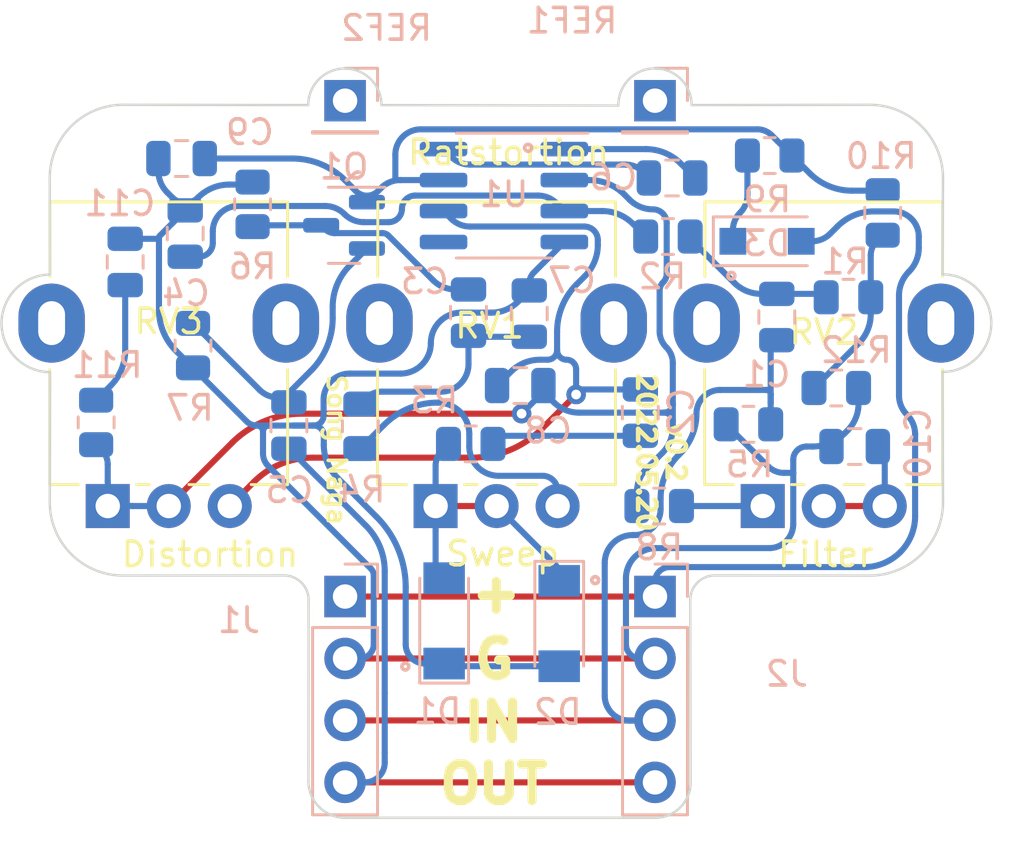
<source format=kicad_pcb>
(kicad_pcb (version 20211014) (generator pcbnew)
  (layers (0 "F.Cu" signal) (31 "B.Cu" signal) (34 "B.Paste" user) (35 "F.Paste" user) (36 "B.SilkS" user "B.Silkscreen") (37 "F.SilkS" user "F.Silkscreen") (38 "B.Mask" user) (39 "F.Mask" user) (44 "Edge.Cuts" user))
  (net 0 "")
  (net 1 "VA")
  (net 2 "GND")
  (net 3 "INPUT")
  (net 4 "Net-(C2-Pad2)")
  (net 5 "Net-(C3-Pad2)")
  (net 6 "Net-(C5-Pad1)")
  (net 7 "Net-(C6-Pad1)")
  (net 8 "OUTPUT")
  (net 9 "Net-(C2-Pad1)")
  (net 10 "Net-(C10-Pad1)")
  (net 11 "Net-(D3-Pad1)")
  (net 12 "+9V")
  (net 13 "VB")
  (net 14 "Net-(R4-Pad1)")
  (net 15 "Net-(R8-Pad1)")
  (net 17 "Net-(C1-Pad2)")
  (net 18 "Net-(C4-Pad1)")
  (net 19 "Net-(C6-Pad2)")
  (net 20 "Net-(C8-Pad1)")
  (net 21 "Net-(C11-Pad1)")
  (net 22 "Net-(C3-Pad1)")
  (net 23 "Net-(D1-Pad2)")
  (footprint "Potentiometer_THT:Potentiometer_Alpha_RD901F-40-00D_Single_Vertical" (layer "F.Cu") (at 33.11 40.85 90)
    (fp_text reference "RV1")
    (fp_text value "A100K")
  )
  (footprint "Potentiometer_THT:Potentiometer_Alpha_RD901F-40-00D_Single_Vertical" (layer "F.Cu") (at 46.515 40.85 90)
    (fp_text reference "RV2")
    (fp_text value "B1k")
  )
  (footprint "Potentiometer_THT:Potentiometer_Alpha_RD901F-40-00D_Single_Vertical" (layer "F.Cu") (at 19.675 40.85 90)
    (fp_text reference "RV3")
    (fp_text value "A100k")
  )
  (footprint "Connector_PinHeader_2.54mm:PinHeader_1x01_P2.54mm_Vertical" (layer "B.Cu") (at 29.4 24.23 180)
    (fp_text reference "REF2")
    (fp_text value "PinHeader_1x01_P2.54mm_Vertical")
  )
  (footprint "Package_SO:SOIC-8_3.9x4.9mm_P1.27mm" (layer "B.Cu") (at 35.91 28.12 180)
    (fp_text reference "U1")
    (fp_text value "LM308N")
  )
  (footprint "Resistor_SMD:R_0805_2012Metric" (layer "B.Cu") (at 45.928 37.5)
    (fp_text reference "R5")
    (fp_text value "1M")
  )
  (footprint "Resistor_SMD:R_0805_2012Metric" (layer "B.Cu") (at 25.61 28.48 -90)
    (fp_text reference "R6")
    (fp_text value "1M")
  )
  (footprint "Capacitor_SMD:C_0805_2012Metric" (layer "B.Cu") (at 36.948 32.96 -90)
    (fp_text reference "C7")
    (fp_text value "3.3nF")
  )
  (footprint "Capacitor_SMD:C_0805_2012Metric" (layer "B.Cu") (at 41.498 37.02 -90)
    (fp_text reference "C2")
    (fp_text value "4.7uF")
  )
  (footprint "Resistor_SMD:R_0805_2012Metric" (layer "B.Cu") (at 46.8 26.48)
    (fp_text reference "R9")
    (fp_text value "47R")
  )
  (footprint "Resistor_SMD:R_0805_2012Metric" (layer "B.Cu") (at 23.17 34.272 90)
    (fp_text reference "R7")
    (fp_text value "10k")
  )
  (footprint "Resistor_SMD:R_0805_2012Metric" (layer "B.Cu") (at 49.528 36.01 180)
    (fp_text reference "R12")
    (fp_text value "100k")
  )
  (footprint "Resistor_SMD:R_0805_2012Metric" (layer "B.Cu") (at 42.272 40.85 180)
    (fp_text reference "R8")
    (fp_text value "47R")
  )
  (footprint "Capacitor_SMD:C_0805_2012Metric" (layer "B.Cu") (at 34.458 32.92 90)
    (fp_text reference "C3")
    (fp_text value "22nF")
  )
  (footprint "Resistor_SMD:R_0805_2012Metric" (layer "B.Cu") (at 30.028 37.58 90)
    (fp_text reference "R4")
    (fp_text value "1.5k")
  )
  (footprint "Capacitor_SMD:C_0805_2012Metric" (layer "B.Cu") (at 36.578 35.91 180)
    (fp_text reference "C8")
    (fp_text value "100pF")
  )
  (footprint "Capacitor_SMD:C_0805_2012Metric" (layer "B.Cu") (at 27.098 37.55 -90)
    (fp_text reference "C5")
    (fp_text value "1uF")
  )
  (footprint "Resistor_SMD:R_0805_2012Metric" (layer "B.Cu") (at 34.55 38.302 180)
    (fp_text reference "R3")
    (fp_text value "1k")
  )
  (footprint "Resistor_SMD:R_0805_2012Metric" (layer "B.Cu") (at 50.028 32.29 180)
    (fp_text reference "R1")
    (fp_text value "1M")
  )
  (footprint "Connector_PinHeader_2.54mm:PinHeader_1x04_P2.54mm_Vertical" (layer "B.Cu") (at 42.1 44.56 180)
    (fp_text reference "J2")
    (fp_text value "Conn_01x04_Male")
  )
  (footprint "Package_TO_SOT_SMD:SOT-23" (layer "B.Cu") (at 29.3586 29.3394 180)
    (fp_text reference "Q1")
    (fp_text value "2N5457")
  )
  (footprint "Resistor_SMD:R_0805_2012Metric" (layer "B.Cu") (at 51.43 28.832 -90)
    (fp_text reference "R10")
    (fp_text value "100k")
  )
  (footprint "Diode_SMD:D_MiniMELF" (layer "B.Cu") (at 38.175 45.668 -90)
    (fp_text reference "D2")
    (fp_text value "D_Small")
  )
  (footprint "Capacitor_SMD:C_0805_2012Metric" (layer "B.Cu") (at 42.798 27.4)
    (fp_text reference "C6")
    (fp_text value "30pF")
  )
  (footprint "Connector_PinHeader_2.54mm:PinHeader_1x04_P2.54mm_Vertical" (layer "B.Cu") (at 29.4 44.56 180)
    (fp_text reference "J1")
    (fp_text value "Conn_01x04_Male")
  )
  (footprint "Resistor_SMD:R_0805_2012Metric" (layer "B.Cu") (at 42.63 29.8 180)
    (fp_text reference "R2")
    (fp_text value "1k")
  )
  (footprint "Capacitor_SMD:C_0805_2012Metric" (layer "B.Cu") (at 20.39 30.842 90)
    (fp_text reference "C11")
    (fp_text value "4.7uF")
  )
  (footprint "Diode_SMD:D_SOD-123F" (layer "B.Cu") (at 46.692 29.995)
    (fp_text reference "D3")
    (fp_text value "SM5817")
  )
  (footprint "Connector_PinHeader_2.54mm:PinHeader_1x01_P2.54mm_Vertical" (layer "B.Cu") (at 42.1 24.23 180)
    (fp_text reference "REF1")
    (fp_text value "PinHeader_1x01_P2.54mm_Vertical")
  )
  (footprint "Resistor_SMD:R_0805_2012Metric" (layer "B.Cu") (at 19.2 37.422 -90)
    (fp_text reference "R11")
    (fp_text value "560R")
  )
  (footprint "Capacitor_SMD:C_0805_2012Metric" (layer "B.Cu") (at 50.282 38.41 180)
    (fp_text reference "C10")
    (fp_text value "2.2uF")
  )
  (footprint "Capacitor_SMD:C_0805_2012Metric" (layer "B.Cu") (at 22.85 29.678 90)
    (fp_text reference "C4")
    (fp_text value "1nF")
  )
  (footprint "Capacitor_SMD:C_0805_2012Metric" (layer "B.Cu") (at 22.7005 26.602 180)
    (fp_text reference "C9")
    (fp_text value "100nF")
  )
  (footprint "Capacitor_SMD:C_0805_2012Metric" (layer "B.Cu") (at 47.0905 33.1 90)
    (fp_text reference "C1")
    (fp_text value "22n")
  )
  (footprint "Diode_SMD:D_MiniMELF" (layer "B.Cu") (at 33.46 45.558 90)
    (fp_text reference "D1")
    (fp_text value "D_Small")
  )
  (gr_circle (center 45.23 31.408579) (end 45.33 31.508579) (layer "B.SilkS") (width 0.15) (fill none))
  (gr_circle (center 31.87 47.428579) (end 31.97 47.528579) (layer "B.SilkS") (width 0.15) (fill none))
  (gr_circle (center 36.9 26.16) (end 37 26.26) (layer "B.SilkS") (width 0.15) (fill none))
  (gr_circle (center 39.65 43.888579) (end 39.75 43.988579) (layer "B.SilkS") (width 0.15) (fill none))
  (gr_arc (start 53.901666 40.7) (mid 53.022498 42.822498) (end 50.9 43.701666) (layer "Edge.Cuts") (width 0.1))
  (gr_line (start 44.55 43.695013) (end 50.9 43.701666) (layer "Edge.Cuts") (width 0.1))
  (gr_line (start 42.11 53.630137) (end 29.4 53.630137) (layer "Edge.Cuts") (width 0.1))
  (gr_line (start 27.904987 44.7) (end 27.899867 52.13) (layer "Edge.Cuts") (width 0.1))
  (gr_arc (start 27.89 24.41) (mid 29.39 22.91) (end 30.89 24.41) (layer "Edge.Cuts") (width 0.1))
  (gr_line (start 53.901666 40.7) (end 53.88 35.35) (layer "Edge.Cuts") (width 0.1))
  (gr_arc (start 43.560137 52.18) (mid 43.135402 53.205402) (end 42.11 53.630137) (layer "Edge.Cuts") (width 0.1))
  (gr_line (start 43.560137 52.18) (end 43.545013 44.7) (layer "Edge.Cuts") (width 0.1))
  (gr_arc (start 26.9 43.695013) (mid 27.610633 43.989367) (end 27.904987 44.7) (layer "Edge.Cuts") (width 0.1))
  (gr_arc (start 50.9 24.398334) (mid 53.022498 25.277502) (end 53.901666 27.4) (layer "Edge.Cuts") (width 0.1))
  (gr_line (start 50.9 24.398334) (end 43.600133 24.41) (layer "Edge.Cuts") (width 0.1))
  (gr_arc (start 43.545013 44.7) (mid 43.839367 43.989367) (end 44.55 43.695013) (layer "Edge.Cuts") (width 0.1))
  (gr_arc (start 17.298334 27.4) (mid 18.177502 25.277502) (end 20.3 24.398334) (layer "Edge.Cuts") (width 0.1))
  (gr_arc (start 29.4 53.630133) (mid 28.339246 53.190754) (end 27.899867 52.13) (layer "Edge.Cuts") (width 0.1))
  (gr_line (start 27.89 24.41) (end 20.3 24.398334) (layer "Edge.Cuts") (width 0.1))
  (gr_line (start 20.3 43.7) (end 26.9 43.695013) (layer "Edge.Cuts") (width 0.1))
  (gr_line (start 53.88 31.35) (end 53.901666 27.4) (layer "Edge.Cuts") (width 0.1))
  (gr_line (start 40.599867 24.43) (end 30.89 24.41) (layer "Edge.Cuts") (width 0.1))
  (gr_arc (start 53.88 31.35) (mid 55.88 33.35) (end 53.88 35.35) (layer "Edge.Cuts") (width 0.1))
  (gr_line (start 17.31 35.360099) (end 17.3 40.7) (layer "Edge.Cuts") (width 0.1))
  (gr_arc (start 20.3 43.7) (mid 18.17868 42.82132) (end 17.3 40.7) (layer "Edge.Cuts") (width 0.1))
  (gr_arc (start 40.599867 24.43) (mid 42.089933 22.909834) (end 43.600133 24.41) (layer "Edge.Cuts") (width 0.1))
  (gr_arc (start 17.31 35.360099) (mid 15.309901 33.36) (end 17.31 31.359901) (layer "Edge.Cuts") (width 0.1))
  (gr_line (start 17.31 31.359901) (end 17.298334 27.4) (layer "Edge.Cuts") (width 0.1))
  (gr_text "Sweep" (at 35.855 42.8) (layer "F.SilkS") (effects (font (size 1 1))))
  (gr_text "Distortion" (at 23.865 42.83) (layer "F.SilkS") (effects (font (size 1 1))))
  (gr_text "Filter" (at 49.095 42.83) (layer "F.SilkS") (effects (font (size 1 1))))
  (gr_text "Ratstortion" (at 36.1 26.35) (layer "F.SilkS") (effects (font (size 1 1))))
  (gr_text "IN" (at 35.475715 49.71) (layer "F.SilkS") (effects (font (size 1.5 1.5) (thickness 0.375))))
  (gr_text "Song Naga" (at 29.05 38.55 270) (layer "F.SilkS") (effects (font (size 0.75 0.75))))
  (gr_text "+" (at 35.594762 44.41) (layer "F.SilkS") (effects (font (size 1.5 1.5) (thickness 0.375))))
  (gr_text "OUT" (at 35.49 52.25) (layer "F.SilkS") (effects (font (size 1.5 1.5) (thickness 0.375))))
  (gr_text "v0.2\n2022.05.20" (at 42.35 38.65 270) (layer "F.SilkS") (effects (font (size 0.75 0.75) (thickness 0.1875))))
  (gr_text "G" (at 35.51381 47.13) (layer "F.SilkS") (effects (font (size 1.5 1.5) (thickness 0.375))))
  (segment (start 48.43225 27.19975) (end 47.1175 25.885) (width 0.25) (layer "B.Cu") (net 1))
  (segment (start 32.58815 27.485) (end 31.66305 27.485) (width 0.25) (layer "B.Cu") (net 1))
  (segment (start 32.58815 27.485) (end 33.435 27.485) (width 0.25) (layer "B.Cu") (net 1))
  (segment (start 27.244817 26.602) (end 23.6505 26.602) (width 0.25) (layer "B.Cu") (net 1))
  (segment (start 51.43 27.9195) (end 50.16988 27.9195) (width 0.25) (layer "B.Cu") (net 1))
  (segment (start 31.46 26.444755) (end 31.46 27.485) (width 0.25) (layer "B.Cu") (net 1))
  (segment (start 29.4024 27.4957) (end 29.8439 27.9372) (width 0.25) (layer "B.Cu") (net 1))
  (segment (start 30.873427 27.812072) (end 30.7483 27.9372) (width 0.25) (layer "B.Cu") (net 1))
  (segment (start 46.877255 25.644755) (end 47.1175 25.885) (width 0.25) (layer "B.Cu") (net 1))
  (segment (start 46.297253 25.404511) (end 32.500244 25.404511) (width 0.25) (layer "B.Cu") (net 1))
  (arc (start 50.16988 27.9195) (mid 49.229481 27.732443) (end 48.43225 27.19975) (width 0.25) (layer "B.Cu") (net 1))
  (arc (start 29.8439 27.9372) (mid 30.2961 28.124507) (end 30.7483 27.9372) (width 0.25) (layer "B.Cu") (net 1))
  (arc (start 46.877255 25.644755) (mid 46.611148 25.466948) (end 46.297253 25.404511) (width 0.25) (layer "B.Cu") (net 1))
  (arc (start 31.66305 27.485) (mid 31.235709 27.570003) (end 30.873427 27.812072) (width 0.25) (layer "B.Cu") (net 1))
  (arc (start 32.500244 25.404511) (mid 31.76468 25.709191) (end 31.46 26.444755) (width 0.25) (layer "B.Cu") (net 1))
  (arc (start 29.4024 27.4957) (mid 28.412492 26.834265) (end 27.244817 26.602) (width 0.25) (layer "B.Cu") (net 1))
  (segment (start 42.1 47.1) (end 29.4 47.1) (width 0.25) (layer "F.Cu") (net 2))
  (segment (start 29.585 35.42) (end 31.6653 35.42) (width 0.25) (layer "B.Cu") (net 2))
  (segment (start 28.52 36.485) (end 28.52 37.14325) (width 0.25) (layer "B.Cu") (net 2))
  (segment (start 26.0372 38.694676) (end 26.0372 37.80085) (width 0.25) (layer "B.Cu") (net 2))
  (segment (start 47.765 39.498535) (end 47.765 41.590198) (width 0.25) (layer "B.Cu") (net 2))
  (segment (start 47.38275 39.49) (end 47.756464 39.49) (width 0.25) (layer "B.Cu") (net 2))
  (segment (start 27.29975 37.55) (end 26.28805 37.55) (width 0.25) (layer "B.Cu") (net 2))
  (segment (start 33.647781 47.418) (end 38.175 47.418) (width 0.25) (layer "B.Cu") (net 2))
  (segment (start 40.9103 43.810118) (end 40.9103 46.50515) (width 0.25) (layer "B.Cu") (net 2))
  (segment (start 28.11325 37.55) (end 27.29975 37.55) (width 0.25) (layer "B.Cu") (net 2))
  (segment (start 42.145318 42.5751) (end 46.780098 42.5751) (width 0.25) (layer "B.Cu") (net 2))
  (segment (start 23.379 28.199) (end 22.320999 29.256999) (width 0.25) (layer "B.Cu") (net 2))
  (segment (start 47.765 39.491464) (end 47.765 39.498535) (width 0.25) (layer "B.Cu") (net 2))
  (segment (start 26.250056 39.208556) (end 30.455391 43.413891) (width 0.25) (layer "B.Cu") (net 2))
  (segment (start 32.6723 47.308) (end 33.382218 47.308) (width 0.25) (layer "B.Cu") (net 2))
  (segment (start 41.50515 47.1) (end 42.1 47.1) (width 0.25) (layer "B.Cu") (net 2))
  (segment (start 36.492999 32.464999) (end 36.754252 32.203747) (width 0.25) (layer "B.Cu") (net 2))
  (segment (start 28.1172 37.55) (end 28.11325 37.55) (width 0.25) (layer "B.Cu") (net 2))
  (segment (start 50.4405 36.65575) (end 50.4405 36.01) (width 0.25) (layer "B.Cu") (net 2))
  (segment (start 21.7505 27.11525) (end 21.7505 26.602) (width 0.25) (layer "B.Cu") (net 2))
  (segment (start 21.7739 29.84805) (end 21.7739 29.93595) (width 0.25) (layer "B.Cu") (net 2))
  (segment (start 24.656118 27.67) (end 25.435021 27.67) (width 0.25) (layer "B.Cu") (net 2))
  (segment (start 29.98765 47.1) (end 29.4 47.1) (width 0.25) (layer "B.Cu") (net 2))
  (segment (start 31.8846 46.5203) (end 31.8846 44.178872) (width 0.25) (layer "B.Cu") (net 2))
  (segment (start 22.321 28.199) (end 22.113422 27.991422) (width 0.25) (layer "B.Cu") (net 2))
  (segment (start 25.55875 27.61875) (end 25.61 27.5675) (width 0.25) (layer "B.Cu") (net 2))
  (segment (start 23.86805 35.88255) (end 25.358122 37.372622) (width 0.25) (layer "B.Cu") (net 2))
  (segment (start 21.7739 29.93595) (end 21.7739 32.801208) (width 0.25) (layer "B.Cu") (net 2))
  (segment (start 47.765 39.491464) (end 47.765 38.9525) (width 0.25) (layer "B.Cu") (net 2))
  (segment (start 30.5753 46.51235) (end 30.5753 43.703377) (width 0.25) (layer "B.Cu") (net 2))
  (segment (start 25.78635 37.55) (end 26.28805 37.55) (width 0.25) (layer "B.Cu") (net 2))
  (segment (start 29.087115 39.690915) (end 30.689255 41.293055) (width 0.25) (layer "B.Cu") (net 2))
  (segment (start 22.47195 34.48645) (end 23.86805 35.88255) (width 0.25) (layer "B.Cu") (net 2))
  (segment (start 22.320999 29.256999) (end 21.804977 29.773022) (width 0.25) (layer "B.Cu") (net 2))
  (segment (start 49.886017 37.855981) (end 49.983885 37.758114) (width 0.25) (layer "B.Cu") (net 2))
  (segment (start 28.5279 37.9607) (end 28.5279 38.34085) (width 0.25) (layer "B.Cu") (net 2))
  (segment (start 27.29975 37.55) (end 28.11325 37.55) (width 0.25) (layer "B.Cu") (net 2))
  (segment (start 48.5485 38.41) (end 48.3075 38.41) (width 0.25) (layer "B.Cu") (net 2))
  (segment (start 21.72995 29.892) (end 20.39 29.892) (width 0.25) (layer "B.Cu") (net 2))
  (segment (start 37.141747 31.268252) (end 38.385 30.025) (width 0.25) (layer "B.Cu") (net 2))
  (segment (start 35.394532 32.92) (end 34.1653 32.92) (width 0.25) (layer "B.Cu") (net 2))
  (segment (start 46.738743 39.223243) (end 45.0155 37.5) (width 0.25) (layer "B.Cu") (net 2))
  (arc (start 25.55875 27.61875) (mid 25.501982 27.65668) (end 25.435021 27.67) (width 0.25) (layer "B.Cu") (net 2))
  (arc (start 21.72995 29.892) (mid 21.761027 29.879127) (end 21.7739 29.84805) (width 0.25) (layer "B.Cu") (net 2))
  (arc (start 50.4405 36.65575) (mid 50.321829 37.252345) (end 49.983885 37.758114) (width 0.25) (layer "B.Cu") (net 2))
  (arc (start 36.492999 32.464999) (mid 35.989018 32.801749) (end 35.394532 32.92) (width 0.25) (layer "B.Cu") (net 2))
  (arc (start 33.515 47.363) (mid 33.57592 47.403705) (end 33.647781 47.418) (width 0.25) (layer "B.Cu") (net 2))
  (arc (start 47.765 39.498535) (mid 47.76435 39.495268) (end 47.7625 39.4925) (width 0.25) (layer "B.Cu") (net 2))
  (arc (start 49.886017 37.855981) (mid 49.272359 38.266015) (end 48.5485 38.41) (width 0.25) (layer "B.Cu") (net 2))
  (arc (start 47.765 41.590198) (mid 47.476529 42.286629) (end 46.780098 42.5751) (width 0.25) (layer "B.Cu") (net 2))
  (arc (start 21.7739 32.801208) (mid 21.955317 33.713254) (end 22.47195 34.48645) (width 0.25) (layer "B.Cu") (net 2))
  (arc (start 33.515 47.363) (mid 33.454079 47.322294) (end 33.382218 47.308) (width 0.25) (layer "B.Cu") (net 2))
  (arc (start 22.320999 29.256999) (mid 22.540118 28.727999) (end 22.321 28.199) (width 0.25) (layer "B.Cu") (net 2))
  (arc (start 34.1653 32.92) (mid 33.281416 33.286116) (end 32.9153 34.17) (width 0.25) (layer "B.Cu") (net 2))
  (arc (start 46.738743 39.223243) (mid 47.034216 39.420672) (end 47.38275 39.49) (width 0.25) (layer "B.Cu") (net 2))
  (arc (start 28.5279 38.34085) (mid 28.673235 39.0715) (end 29.087115 39.690915) (width 0.25) (layer "B.Cu") (net 2))
  (arc (start 25.358122 37.372622) (mid 25.554594 37.5039) (end 25.78635 37.55) (width 0.25) (layer "B.Cu") (net 2))
  (arc (start 37.141747 31.268252) (mid 36.998353 31.482856) (end 36.948 31.736) (width 0.25) (layer "B.Cu") (net 2))
  (arc (start 21.804977 29.773022) (mid 21.781976 29.807445) (end 21.7739 29.84805) (width 0.25) (layer "B.Cu") (net 2))
  (arc (start 47.7625 39.4925) (mid 47.764095 39.492817) (end 47.765 39.491464) (width 0.25) (layer "B.Cu") (net 2))
  (arc (start 21.7505 27.11525) (mid 21.84482 27.589431) (end 22.113422 27.991422) (width 0.25) (layer "B.Cu") (net 2))
  (arc (start 48.3075 38.41) (mid 47.923894 38.568894) (end 47.765 38.9525) (width 0.25) (layer "B.Cu") (net 2))
  (arc (start 47.7625 39.4925) (mid 47.75973 39.490649) (end 47.756464 39.49) (width 0.25) (layer "B.Cu") (net 2))
  (arc (start 42.145318 42.5751) (mid 41.272028 42.936828) (end 40.9103 43.810118) (width 0.25) (layer "B.Cu") (net 2))
  (arc (start 21.7739 29.93595) (mid 21.761027 29.904872) (end 21.72995 29.892) (width 0.25) (layer "B.Cu") (net 2))
  (arc (start 28.11325 37.55) (mid 28.11325 37.55) (end 28.11325 37.55) (width 0.25) (layer "B.Cu") (net 2))
  (arc (start 24.656118 27.67) (mid 23.964946 27.807482) (end 23.379 28.199) (width 0.25) (layer "B.Cu") (net 2))
  (arc (start 26.28805 37.55) (mid 26.110672 37.623472) (end 26.0372 37.80085) (width 0.25) (layer "B.Cu") (net 2))
  (arc (start 29.585 35.42) (mid 28.831931 35.731931) (end 28.52 36.485) (width 0.25) (layer "B.Cu") (net 2))
  (arc (start 28.52 37.14325) (mid 28.400865 37.430865) (end 28.11325 37.55) (width 0.25) (layer "B.Cu") (net 2))
  (arc (start 30.455391 43.413891) (mid 30.544137 43.546708) (end 30.5753 43.703377) (width 0.25) (layer "B.Cu") (net 2))
  (arc (start 30.5753 46.51235) (mid 30.403181 46.927881) (end 29.98765 47.1) (width 0.25) (layer "B.Cu") (net 2))
  (arc (start 28.5279 37.9607) (mid 28.407608 37.670291) (end 28.1172 37.55) (width 0.25) (layer "B.Cu") (net 2))
  (arc (start 31.8846 46.5203) (mid 32.115311 47.077288) (end 32.6723 47.308) (width 0.25) (layer "B.Cu") (net 2))
  (arc (start 30.689255 41.293055) (mid 31.573939 42.617079) (end 31.8846 44.178872) (width 0.25) (layer "B.Cu") (net 2))
  (arc (start 26.0372 38.694676) (mid 26.092519 38.972786) (end 26.250056 39.208556) (width 0.25) (layer "B.Cu") (net 2))
  (arc (start 40.9103 46.50515) (mid 41.084527 46.925772) (end 41.50515 47.1) (width 0.25) (layer "B.Cu") (net 2))
  (arc (start 26.0372 37.80085) (mid 25.963727 37.623472) (end 25.78635 37.55) (width 0.25) (layer "B.Cu") (net 2))
  (arc (start 36.948 31.736) (mid 36.897646 31.989142) (end 36.754252 32.203747) (width 0.25) (layer "B.Cu") (net 2))
  (arc (start 22.321 28.199) (mid 22.85 28.418118) (end 23.379 28.199) (width 0.25) (layer "B.Cu") (net 2))
  (arc (start 32.9153 34.17) (mid 32.549183 35.053883) (end 31.6653 35.42) (width 0.25) (layer "B.Cu") (net 2))
  (segment (start 29.4 49.64) (end 42.1 49.64) (width 0.25) (layer "F.Cu") (net 3))
  (segment (start 46.8405 36.62235) (end 46.8405 37.5) (width 0.25) (layer "B.Cu") (net 3))
  (segment (start 46.9655 34.175) (end 47.0905 34.05) (width 0.25) (layer "B.Cu") (net 3))
  (segment (start 46.8405 36.26745) (end 46.8405 36.62235) (width 0.25) (layer "B.Cu") (net 3))
  (segment (start 42.082928 49.65) (end 41.065 49.65) (width 0.25) (layer "B.Cu") (net 3))
  (segment (start 46.8405 34.476776) (end 46.8405 36.26745) (width 0.25) (layer "B.Cu") (net 3))
  (segment (start 42.095 49.645) (end 42.1 49.64) (width 0.25) (layer "B.Cu") (net 3))
  (segment (start 44.77 36.09) (end 46.66305 36.09) (width 0.25) (layer "B.Cu") (net 3))
  (segment (start 42.33 40.966725) (end 42.33 40.539446) (width 0.25) (layer "B.Cu") (net 3))
  (segment (start 43.064999 38.764999) (end 43.114106 38.715893) (width 0.25) (layer "B.Cu") (net 3))
  (segment (start 41.185 42.0408) (end 41.255927 42.0408) (width 0.25) (layer "B.Cu") (net 3))
  (segment (start 40.04 48.625) (end 40.04 43.1858) (width 0.25) (layer "B.Cu") (net 3))
  (segment (start 46.8405 36.62235) (end 46.8405 36.26745) (width 0.25) (layer "B.Cu") (net 3))
  (arc (start 46.8405 36.26745) (mid 46.788526 36.141973) (end 46.66305 36.09) (width 0.25) (layer "B.Cu") (net 3))
  (arc (start 43.8 37.06) (mid 43.621741 37.956162) (end 43.114106 38.715893) (width 0.25) (layer "B.Cu") (net 3))
  (arc (start 43.064999 38.764999) (mid 42.52102 39.579122) (end 42.33 40.539446) (width 0.25) (layer "B.Cu") (net 3))
  (arc (start 46.8405 36.26745) (mid 46.8405 36.26745) (end 46.8405 36.26745) (width 0.25) (layer "B.Cu") (net 3))
  (arc (start 41.185 42.0408) (mid 40.375362 42.376162) (end 40.04 43.1858) (width 0.25) (layer "B.Cu") (net 3))
  (arc (start 40.04 48.625) (mid 40.340215 49.349784) (end 41.065 49.65) (width 0.25) (layer "B.Cu") (net 3))
  (arc (start 42.33 40.966725) (mid 42.015411 41.72621) (end 41.255927 42.0408) (width 0.25) (layer "B.Cu") (net 3))
  (arc (start 46.9655 34.175) (mid 46.872986 34.313456) (end 46.8405 34.476776) (width 0.25) (layer "B.Cu") (net 3))
  (arc (start 44.77 36.09) (mid 44.084106 36.374106) (end 43.8 37.06) (width 0.25) (layer "B.Cu") (net 3))
  (arc (start 42.095 49.645) (mid 42.089461 49.6487) (end 42.082928 49.65) (width 0.25) (layer "B.Cu") (net 3))
  (segment (start 36.029259 37.97) (end 41.498 37.97) (width 0.25) (layer "B.Cu") (net 4))
  (segment (start 35.6285 38.136) (end 35.4625 38.302) (width 0.25) (layer "B.Cu") (net 4))
  (arc (start 36.029259 37.97) (mid 35.812369 38.013141) (end 35.6285 38.136) (width 0.25) (layer "B.Cu") (net 4))
  (segment (start 31.174253 29.758981) (end 33.006005 31.590733) (width 0.25) (layer "B.Cu") (net 5))
  (segment (start 33.921636 31.97) (end 34.458 31.97) (width 0.25) (layer "B.Cu") (net 5))
  (segment (start 25.63655 29.36595) (end 25.61 29.3925) (width 0.25) (layer "B.Cu") (net 5))
  (segment (start 28.194401 29.3394) (end 25.700647 29.3394) (width 0.25) (layer "B.Cu") (net 5))
  (segment (start 30.935291 29.66) (end 28.968398 29.66) (width 0.25) (layer "B.Cu") (net 5))
  (arc (start 28.5814 29.4997) (mid 28.758956 29.618339) (end 28.968398 29.66) (width 0.25) (layer "B.Cu") (net 5))
  (arc (start 33.006005 31.590733) (mid 33.4261 31.871431) (end 33.921636 31.97) (width 0.25) (layer "B.Cu") (net 5))
  (arc (start 28.5814 29.4997) (mid 28.403843 29.38106) (end 28.194401 29.3394) (width 0.25) (layer "B.Cu") (net 5))
  (arc (start 25.700647 29.3394) (mid 25.665958 29.3463) (end 25.63655 29.36595) (width 0.25) (layer "B.Cu") (net 5))
  (arc (start 31.174253 29.758981) (mid 31.064616 29.685724) (end 30.935291 29.66) (width 0.25) (layer "B.Cu") (net 5))
  (segment (start 27.995249 35.309045) (end 27.166307 36.137988) (width 0.25) (layer "B.Cu") (net 6))
  (segment (start 26.654 36.3995) (end 27.001398 36.3995) (width 0.25) (layer "B.Cu") (net 6))
  (segment (start 28.8925 33.142892) (end 28.8925 32.685495) (width 0.25) (layer "B.Cu") (net 6))
  (segment (start 27.098 36.496102) (end 27.098 36.6) (width 0.25) (layer "B.Cu") (net 6))
  (segment (start 29.5943 30.9912) (end 30.2961 30.2894) (width 0.25) (layer "B.Cu") (net 6))
  (segment (start 25.896044 36.085544) (end 23.17 33.3595) (width 0.25) (layer "B.Cu") (net 6))
  (segment (start 27.098 36.302898) (end 27.098 36.496102) (width 0.25) (layer "B.Cu") (net 6))
  (arc (start 25.896044 36.085544) (mid 26.243797 36.317905) (end 26.654 36.3995) (width 0.25) (layer "B.Cu") (net 6))
  (arc (start 28.8925 33.142892) (mid 28.659312 34.315206) (end 27.995249 35.309045) (width 0.25) (layer "B.Cu") (net 6))
  (arc (start 27.166307 36.137988) (mid 27.115752 36.213649) (end 27.098 36.302898) (width 0.25) (layer "B.Cu") (net 6))
  (arc (start 29.5943 30.9912) (mid 29.074891 31.768549) (end 28.8925 32.685495) (width 0.25) (layer "B.Cu") (net 6))
  (arc (start 27.001398 36.3995) (mid 27.069705 36.371205) (end 27.098 36.302898) (width 0.25) (layer "B.Cu") (net 6))
  (arc (start 27.098 36.496102) (mid 27.069705 36.427794) (end 27.001398 36.3995) (width 0.25) (layer "B.Cu") (net 6))
  (segment (start 41.573 27.125) (end 41.848 27.4) (width 0.25) (layer "B.Cu") (net 7))
  (segment (start 40.909091 26.85) (end 34.519012 26.85) (width 0.25) (layer "B.Cu") (net 7))
  (segment (start 33.7525 26.5325) (end 33.435 26.215) (width 0.25) (layer "B.Cu") (net 7))
  (arc (start 41.573 27.125) (mid 41.268396 26.92147) (end 40.909091 26.85) (width 0.25) (layer "B.Cu") (net 7))
  (arc (start 33.7525 26.5325) (mid 34.104178 26.767484) (end 34.519012 26.85) (width 0.25) (layer "B.Cu") (net 7))
  (segment (start 42.1 52.18) (end 29.4 52.18) (width 0.25) (layer "F.Cu") (net 8))
  (segment (start 30.2128 52.18) (end 29.4 52.18) (width 0.25) (layer "B.Cu") (net 8))
  (segment (start 31.0256 48.52975) (end 31.0256 50.96325) (width 0.25) (layer "B.Cu") (net 8))
  (segment (start 31.0256 48.52975) (end 31.0256 43.522534) (width 0.25) (layer "B.Cu") (net 8))
  (segment (start 31.0256 50.96325) (end 31.0256 51.3672) (width 0.25) (layer "B.Cu") (net 8))
  (segment (start 30.251365 41.653365) (end 27.098 38.5) (width 0.25) (layer "B.Cu") (net 8))
  (arc (start 30.251365 41.653365) (mid 30.824383 42.510947) (end 31.0256 43.522534) (width 0.25) (layer "B.Cu") (net 8))
  (arc (start 31.0256 51.3672) (mid 30.787536 51.941936) (end 30.2128 52.18) (width 0.25) (layer "B.Cu") (net 8))
  (segment (start 25.66705 39.85795) (end 24.675 40.85) (width 0.25) (layer "F.Cu") (net 9))
  (segment (start 34.589427 38.8659) (end 28.06207 38.8659) (width 0.25) (layer "F.Cu") (net 9))
  (segment (start 38.8678 36.278) (end 37.475244 37.670555) (width 0.25) (layer "F.Cu") (net 9))
  (via (at 38.8678 36.278) (size 0.8) (drill 0.4) (layers "F.Cu" "B.Cu") (net 9))
  (arc (start 28.06207 38.8659) (mid 26.765894 39.123725) (end 25.66705 39.85795) (width 0.25) (layer "F.Cu") (net 9))
  (arc (start 37.475244 37.670555) (mid 36.15122 38.555239) (end 34.589427 38.8659) (width 0.25) (layer "F.Cu") (net 9))
  (segment (start 38.9718 36.07) (end 41.498 36.07) (width 0.25) (layer "B.Cu") (net 9))
  (segment (start 36.192013 35.345986) (end 35.628 35.91) (width 0.25) (layer "B.Cu") (net 9))
  (segment (start 38.8678 36.278) (end 38.8678 36.174) (width 0.25) (layer "B.Cu") (net 9))
  (segment (start 38.896941 31.753057) (end 39.226421 31.423578) (width 0.25) (layer "B.Cu") (net 9))
  (segment (start 39.7576 30.1412) (end 39.7576 29.944702) (width 0.25) (layer "B.Cu") (net 9))
  (segment (start 34.519012 29.39) (end 39.202898 29.39) (width 0.25) (layer "B.Cu") (net 9))
  (segment (start 37.6978 34.8508) (end 37.3875 34.8508) (width 0.25) (layer "B.Cu") (net 9))
  (segment (start 38.8678 36.174) (end 38.8678 35.966) (width 0.25) (layer "B.Cu") (net 9))
  (segment (start 38.0878 34.4608) (end 38.0878 33.7065) (width 0.25) (layer "B.Cu") (net 9))
  (segment (start 33.7525 29.0725) (end 33.435 28.755) (width 0.25) (layer "B.Cu") (net 9))
  (segment (start 38.8678 35.2408) (end 38.8678 35.966) (width 0.25) (layer "B.Cu") (net 9))
  (arc (start 37.6978 34.8508) (mid 37.973571 34.736571) (end 38.0878 34.4608) (width 0.25) (layer "B.Cu") (net 9))
  (arc (start 37.3875 34.8508) (mid 36.740507 34.979494) (end 36.192013 35.345986) (width 0.25) (layer "B.Cu") (net 9))
  (arc (start 39.7576 29.944702) (mid 39.595132 29.552468) (end 39.202898 29.39) (width 0.25) (layer "B.Cu") (net 9))
  (arc (start 38.8678 35.966) (mid 38.89826 36.039539) (end 38.9718 36.07) (width 0.25) (layer "B.Cu") (net 9))
  (arc (start 33.7525 29.0725) (mid 34.104178 29.307484) (end 34.519012 29.39) (width 0.25) (layer "B.Cu") (net 9))
  (arc (start 38.8678 35.2408) (mid 38.753571 34.965028) (end 38.4778 34.8508) (width 0.25) (layer "B.Cu") (net 9))
  (arc (start 38.896941 31.753057) (mid 38.298088 32.649304) (end 38.0878 33.7065) (width 0.25) (layer "B.Cu") (net 9))
  (arc (start 39.7576 30.1412) (mid 39.619551 30.835218) (end 39.226421 31.423578) (width 0.25) (layer "B.Cu") (net 9))
  (arc (start 38.0878 34.4608) (mid 38.202028 34.736571) (end 38.4778 34.8508) (width 0.25) (layer "B.Cu") (net 9))
  (arc (start 38.9718 36.07) (mid 38.89826 36.10046) (end 38.8678 36.174) (width 0.25) (layer "B.Cu") (net 9))
  (segment (start 51.515 40.85) (end 49.015 40.85) (width 0.25) (layer "F.Cu") (net 10))
  (segment (start 51.3735 38.5515) (end 51.232 38.41) (width 0.25) (layer "B.Cu") (net 10))
  (segment (start 51.515 38.893111) (end 51.515 40.85) (width 0.25) (layer "B.Cu") (net 10))
  (arc (start 51.3735 38.5515) (mid 51.478225 38.708232) (end 51.515 38.893111) (width 0.25) (layer "B.Cu") (net 10))
  (segment (start 45.292 29.540782) (end 45.292 29.995) (width 0.25) (layer "B.Cu") (net 11))
  (segment (start 45.8875 28.103117) (end 45.8875 26.48) (width 0.25) (layer "B.Cu") (net 11))
  (arc (start 45.58975 28.82195) (mid 45.369382 29.151752) (end 45.292 29.540782) (width 0.25) (layer "B.Cu") (net 11))
  (arc (start 45.8875 28.103117) (mid 45.810117 28.492146) (end 45.58975 28.82195) (width 0.25) (layer "B.Cu") (net 11))
  (segment (start 29.4 44.56) (end 42.1 44.56) (width 0.25) (layer "F.Cu") (net 12))
  (segment (start 48.52965 29.995) (end 48.092 29.995) (width 0.25) (layer "B.Cu") (net 12))
  (segment (start 52.0988 36.31225) (end 52.0988 32.221405) (width 0.25) (layer "B.Cu") (net 12))
  (segment (start 42.1 43.95675) (end 42.1 44.56) (width 0.25) (layer "B.Cu") (net 12))
  (segment (start 49.276765 29.685534) (end 49.5798 29.3825) (width 0.25) (layer "B.Cu") (net 12))
  (segment (start 51.8767 28.77) (end 51.058505 28.77) (width 0.25) (layer "B.Cu") (net 12))
  (segment (start 52.7586 37.905149) (end 52.7586 41.267244) (width 0.25) (layer "B.Cu") (net 12))
  (segment (start 52.91 30.262994) (end 52.91 29.8033) (width 0.25) (layer "B.Cu") (net 12))
  (segment (start 42.70325 43.3535) (end 50.672344 43.3535) (width 0.25) (layer "B.Cu") (net 12))
  (arc (start 42.70325 43.3535) (mid 42.276687 43.530187) (end 42.1 43.95675) (width 0.25) (layer "B.Cu") (net 12))
  (arc (start 51.058505 28.77) (mid 50.258235 28.929183) (end 49.5798 29.3825) (width 0.25) (layer "B.Cu") (net 12))
  (arc (start 52.7586 41.267244) (mid 52.599793 42.065619) (end 52.14755 42.74245) (width 0.25) (layer "B.Cu") (net 12))
  (arc (start 52.4287 37.1087) (mid 52.672861 37.474113) (end 52.7586 37.905149) (width 0.25) (layer "B.Cu") (net 12))
  (arc (start 52.5044 31.2422) (mid 52.204212 31.691463) (end 52.0988 32.221405) (width 0.25) (layer "B.Cu") (net 12))
  (arc (start 52.14755 42.74245) (mid 51.470719 43.194693) (end 50.672344 43.3535) (width 0.25) (layer "B.Cu") (net 12))
  (arc (start 52.91 30.262994) (mid 52.804587 30.792936) (end 52.5044 31.2422) (width 0.25) (layer "B.Cu") (net 12))
  (arc (start 49.276765 29.685534) (mid 48.933985 29.914572) (end 48.52965 29.995) (width 0.25) (layer "B.Cu") (net 12))
  (arc (start 52.0988 36.31225) (mid 52.184538 36.743285) (end 52.4287 37.1087) (width 0.25) (layer "B.Cu") (net 12))
  (arc (start 52.91 29.8033) (mid 52.607353 29.072646) (end 51.8767 28.77) (width 0.25) (layer "B.Cu") (net 12))
  (segment (start 51.18525 29.98925) (end 51.43 29.7445) (width 0.25) (layer "B.Cu") (net 13))
  (segment (start 50.447293 34.178206) (end 48.6155 36.01) (width 0.25) (layer "B.Cu") (net 13))
  (segment (start 50.9405 31.5925) (end 50.9405 32.9875) (width 0.25) (layer "B.Cu") (net 13))
  (segment (start 50.9405 31.5925) (end 50.9405 30.580128) (width 0.25) (layer "B.Cu") (net 13))
  (arc (start 50.9405 32.9875) (mid 50.812319 33.631905) (end 50.447293 34.178206) (width 0.25) (layer "B.Cu") (net 13))
  (arc (start 51.18525 29.98925) (mid 51.004108 30.260347) (end 50.9405 30.580128) (width 0.25) (layer "B.Cu") (net 13))
  (segment (start 30.998509 37.52199) (end 30.028 38.4925) (width 0.25) (layer "B.Cu") (net 14))
  (segment (start 38.11 40.23) (end 38.11 40.85) (width 0.25) (layer "B.Cu") (net 14))
  (segment (start 34.49 37.89975) (end 34.49 38.406505) (width 0.25) (layer "B.Cu") (net 14))
  (segment (start 35.693495 39.61) (end 37.49 39.61) (width 0.25) (layer "B.Cu") (net 14))
  (arc (start 34.49 38.406505) (mid 34.842496 39.257504) (end 35.693495 39.61) (width 0.25) (layer "B.Cu") (net 14))
  (arc (start 33.20025 36.61) (mid 32.008676 36.847018) (end 30.998509 37.52199) (width 0.25) (layer "B.Cu") (net 14))
  (arc (start 34.49 37.89975) (mid 34.11224 36.987759) (end 33.20025 36.61) (width 0.25) (layer "B.Cu") (net 14))
  (arc (start 38.11 40.23) (mid 37.928406 39.791593) (end 37.49 39.61) (width 0.25) (layer "B.Cu") (net 14))
  (segment (start 43.1845 40.85) (end 46.515 40.85) (width 0.25) (layer "B.Cu") (net 15))
  (segment (start 49.0455 32.22) (end 49.1155 32.29) (width 0.25) (layer "B.Cu") (net 17))
  (segment (start 45.345363 31.694163) (end 43.574779 29.923579) (width 0.25) (layer "B.Cu") (net 17))
  (segment (start 47.73515 32.15) (end 46.44585 32.15) (width 0.25) (layer "B.Cu") (net 17))
  (segment (start 43.5425 29.84565) (end 43.5425 29.8) (width 0.25) (layer "B.Cu") (net 17))
  (segment (start 47.73515 32.15) (end 48.876505 32.15) (width 0.25) (layer "B.Cu") (net 17))
  (arc (start 43.5425 29.84565) (mid 43.550889 29.887824) (end 43.574779 29.923579) (width 0.25) (layer "B.Cu") (net 17))
  (arc (start 45.345363 31.694163) (mid 45.85027 32.031531) (end 46.44585 32.15) (width 0.25) (layer "B.Cu") (net 17))
  (arc (start 49.0455 32.22) (mid 48.967964 32.168192) (end 48.876505 32.15) (width 0.25) (layer "B.Cu") (net 17))
  (segment (start 41.195 29.2775) (end 41.7175 29.8) (width 0.25) (layer "B.Cu") (net 18))
  (segment (start 23.98 29.58765) (end 23.98 30.063) (width 0.25) (layer "B.Cu") (net 18))
  (segment (start 38.834012 28.755) (end 39.933573 28.755) (width 0.25) (layer "B.Cu") (net 18))
  (segment (start 31.184755 29.210489) (end 30.173534 29.210489) (width 0.25) (layer "B.Cu") (net 18))
  (segment (start 32.275244 28.12) (end 37.300987 28.12) (width 0.25) (layer "B.Cu") (net 18))
  (segment (start 28.572454 28.5473) (end 25.02035 28.5473) (width 0.25) (layer "B.Cu") (net 18))
  (segment (start 23.415 30.628) (end 22.85 30.628) (width 0.25) (layer "B.Cu") (net 18))
  (arc (start 41.195 29.2775) (mid 40.616252 28.890793) (end 39.933573 28.755) (width 0.25) (layer "B.Cu") (net 18))
  (arc (start 31.73 28.665244) (mid 31.570301 29.05079) (end 31.184755 29.210489) (width 0.25) (layer "B.Cu") (net 18))
  (arc (start 29.372994 28.878894) (mid 29.005703 28.633478) (end 28.572454 28.5473) (width 0.25) (layer "B.Cu") (net 18))
  (arc (start 25.02035 28.5473) (mid 24.284711 28.852011) (end 23.98 29.58765) (width 0.25) (layer "B.Cu") (net 18))
  (arc (start 23.98 30.063) (mid 23.814515 30.462515) (end 23.415 30.628) (width 0.25) (layer "B.Cu") (net 18))
  (arc (start 38.0675 28.4375) (mid 38.419178 28.672484) (end 38.834012 28.755) (width 0.25) (layer "B.Cu") (net 18))
  (arc (start 32.275244 28.12) (mid 31.889698 28.279698) (end 31.73 28.665244) (width 0.25) (layer "B.Cu") (net 18))
  (arc (start 29.372994 28.878894) (mid 29.740285 29.12431) (end 30.173534 29.210489) (width 0.25) (layer "B.Cu") (net 18))
  (arc (start 38.0675 28.4375) (mid 37.71582 28.202515) (end 37.300987 28.12) (width 0.25) (layer "B.Cu") (net 18))
  (segment (start 41.725078 26.215) (end 38.385 26.215) (width 0.25) (layer "B.Cu") (net 19))
  (segment (start 43.1555 26.8075) (end 43.748 27.4) (width 0.25) (layer "B.Cu") (net 19))
  (arc (start 43.1555 26.8075) (mid 42.499216 26.368985) (end 41.725078 26.215) (width 0.25) (layer "B.Cu") (net 19))
  (segment (start 24.766355 38.258644) (end 22.175 40.85) (width 0.25) (layer "F.Cu") (net 20))
  (segment (start 27.652172 37.0633) (end 36.6332 37.0633) (width 0.25) (layer "F.Cu") (net 20))
  (via (at 36.6332 37.0633) (size 0.8) (drill 0.4) (layers "F.Cu" "B.Cu") (net 20))
  (arc (start 27.652172 37.0633) (mid 26.090379 37.373959) (end 24.766355 38.258644) (width 0.25) (layer "F.Cu") (net 20))
  (segment (start 41.3595 40.2815) (end 41.3595 40.85) (width 0.25) (layer "B.Cu") (net 20))
  (segment (start 19.675 39.145375) (end 19.675 39.82975) (width 0.25) (layer "B.Cu") (net 20))
  (segment (start 42.83 36.65865) (end 42.83 37.38135) (width 0.25) (layer "B.Cu") (net 20))
  (segment (start 19.4375 38.572) (end 19.2 38.3345) (width 0.25) (layer "B.Cu") (net 20))
  (segment (start 37.528 36.03925) (end 37.528 35.91) (width 0.25) (layer "B.Cu") (net 20))
  (segment (start 37.95375 36.59425) (end 37.619393 36.259893) (width 0.25) (layer "B.Cu") (net 20))
  (segment (start 42.46865 37.02) (end 41.74595 37.02) (width 0.25) (layer "B.Cu") (net 20))
  (segment (start 40.85435 28.08555) (end 41.057187 28.288387) (width 0.25) (layer "B.Cu") (net 20))
  (segment (start 42.5798 29.24855) (end 42.5798 31.32528) (width 0.25) (layer "B.Cu") (net 20))
  (segment (start 42.39778 38.674718) (end 41.76149 39.311009) (width 0.25) (layer "B.Cu") (net 20))
  (segment (start 42.83 37.38135) (end 42.83 37.63125) (width 0.25) (layer "B.Cu") (net 20))
  (segment (start 20.69525 40.85) (end 22.175 40.85) (width 0.25) (layer "B.Cu") (net 20))
  (segment (start 42.29 33.685433) (end 42.29 32.024919) (width 0.25) (layer "B.Cu") (net 20))
  (segment (start 38.981601 37.02) (end 41.74595 37.02) (width 0.25) (layer "B.Cu") (net 20))
  (segment (start 39.404494 27.485) (end 38.385 27.485) (width 0.25) (layer "B.Cu") (net 20))
  (segment (start 42.83 36.65865) (end 42.83 34.989108) (width 0.25) (layer "B.Cu") (net 20))
  (segment (start 36.6332 37.0633) (end 37.436606 36.259893) (width 0.25) (layer "B.Cu") (net 20))
  (arc (start 42.29 33.685433) (mid 42.36017 34.038205) (end 42.56 34.337271) (width 0.25) (layer "B.Cu") (net 20))
  (arc (start 42.5798 29.24855) (mid 42.415062 28.850837) (end 42.01735 28.6861) (width 0.25) (layer "B.Cu") (net 20))
  (arc (start 37.436606 36.259893) (mid 37.504247 36.158661) (end 37.528 36.03925) (width 0.25) (layer "B.Cu") (net 20))
  (arc (start 19.675 39.82975) (mid 19.973824 40.551175) (end 20.69525 40.85) (width 0.25) (layer "B.Cu") (net 20))
  (arc (start 42.5798 31.32528) (mid 42.542141 31.514601) (end 42.4349 31.6751) (width 0.25) (layer "B.Cu") (net 20))
  (arc (start 42.46865 37.02) (mid 42.724163 36.914163) (end 42.83 36.65865) (width 0.25) (layer "B.Cu") (net 20))
  (arc (start 40.85435 28.08555) (mid 40.18915 27.641077) (end 39.404494 27.485) (width 0.25) (layer "B.Cu") (net 20))
  (arc (start 37.528 36.03925) (mid 37.551752 36.158661) (end 37.619393 36.259893) (width 0.25) (layer "B.Cu") (net 20))
  (arc (start 19.4375 38.572) (mid 19.613275 38.835066) (end 19.675 39.145375) (width 0.25) (layer "B.Cu") (net 20))
  (arc (start 37.619393 36.259893) (mid 37.527999 36.222036) (end 37.436606 36.259893) (width 0.25) (layer "B.Cu") (net 20))
  (arc (start 41.057187 28.288387) (mid 41.497713 28.582737) (end 42.01735 28.6861) (width 0.25) (layer "B.Cu") (net 20))
  (arc (start 37.95375 36.59425) (mid 38.425332 36.909351) (end 38.981601 37.02) (width 0.25) (layer "B.Cu") (net 20))
  (arc (start 42.83 37.38135) (mid 42.724163 37.125836) (end 42.46865 37.02) (width 0.25) (layer "B.Cu") (net 20))
  (arc (start 41.76149 39.311009) (mid 41.463973 39.756274) (end 41.3595 40.2815) (width 0.25) (layer "B.Cu") (net 20))
  (arc (start 42.4349 31.6751) (mid 42.327658 31.835598) (end 42.29 32.024919) (width 0.25) (layer "B.Cu") (net 20))
  (arc (start 42.56 34.337271) (mid 42.759829 34.636336) (end 42.83 34.989108) (width 0.25) (layer "B.Cu") (net 20))
  (arc (start 42.83 37.63125) (mid 42.717669 38.195971) (end 42.39778 38.674718) (width 0.25) (layer "B.Cu") (net 20))
  (segment (start 20.39 34.478042) (end 20.39 31.792) (width 0.25) (layer "B.Cu") (net 21))
  (segment (start 19.795 35.9145) (end 19.2 36.5095) (width 0.25) (layer "B.Cu") (net 21))
  (arc (start 20.39 34.478042) (mid 20.235364 35.255447) (end 19.795 35.9145) (width 0.25) (layer "B.Cu") (net 21))
  (segment (start 33.332755 36.160489) (end 30.893521 36.160489) (width 0.25) (layer "B.Cu") (net 22))
  (segment (start 30.281505 36.413994) (end 30.028 36.6675) (width 0.25) (layer "B.Cu") (net 22))
  (segment (start 34.458 33.93) (end 34.458 33.89) (width 0.25) (layer "B.Cu") (net 22))
  (segment (start 34.478 33.91) (end 36.948 33.91) (width 0.25) (layer "B.Cu") (net 22))
  (segment (start 34.458 33.93) (end 34.458 35.035244) (width 0.25) (layer "B.Cu") (net 22))
  (segment (start 34.458 33.89) (end 34.458 33.87) (width 0.25) (layer "B.Cu") (net 22))
  (arc (start 34.458 35.035244) (mid 34.128423 35.830912) (end 33.332755 36.160489) (width 0.25) (layer "B.Cu") (net 22))
  (arc (start 30.893521 36.160489) (mid 30.5623 36.226372) (end 30.281505 36.413994) (width 0.25) (layer "B.Cu") (net 22))
  (arc (start 34.458 33.89) (mid 34.463857 33.904142) (end 34.478 33.91) (width 0.25) (layer "B.Cu") (net 22))
  (arc (start 34.478 33.91) (mid 34.463857 33.915857) (end 34.458 33.93) (width 0.25) (layer "B.Cu") (net 22))
  (segment (start 33.11 40.85) (end 35.61 40.85) (width 0.25) (layer "F.Cu") (net 23))
  (segment (start 33.11 39.83975) (end 33.11 41.86025) (width 0.25) (layer "B.Cu") (net 23))
  (segment (start 33.11 41.86025) (end 33.11 43.210512) (width 0.25) (layer "B.Cu") (net 23))
  (segment (start 37.997162 43.237162) (end 35.61 40.85) (width 0.25) (layer "B.Cu") (net 23))
  (segment (start 33.11 39.83975) (end 33.11 39.202498) (width 0.25) (layer "B.Cu") (net 23))
  (segment (start 33.37375 38.56575) (end 33.6375 38.302) (width 0.25) (layer "B.Cu") (net 23))
  (segment (start 33.285 43.633) (end 33.46 43.808) (width 0.25) (layer "B.Cu") (net 23))
  (segment (start 38.175 43.6665) (end 38.175 43.918) (width 0.25) (layer "B.Cu") (net 23))
  (arc (start 37.997162 43.237162) (mid 38.128781 43.434144) (end 38.175 43.6665) (width 0.25) (layer "B.Cu") (net 23))
  (arc (start 33.37375 38.56575) (mid 33.178546 38.857892) (end 33.11 39.202498) (width 0.25) (layer "B.Cu") (net 23))
  (arc (start 33.11 43.210512) (mid 33.155481 43.43916) (end 33.285 43.633) (width 0.25) (layer "B.Cu") (net 23))
)
</source>
